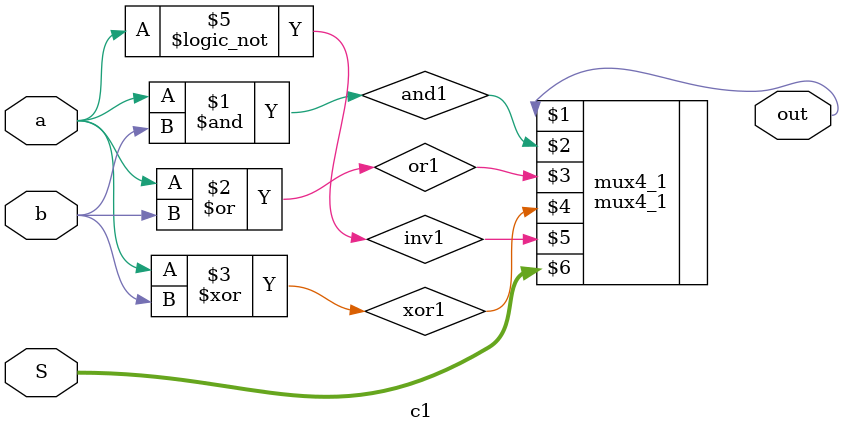
<source format=v>
module c1 (output wire out, input wire a, b, input wire [1:0] S);
    wire and1, or1, xor1, inv1;
    assign and1 = a & b;
    assign or1 = a | b;
    assign xor1 = a ^ b;
    assign inv1 = ~| a;
    mux4_1 mux4_1(out, and1, or1, xor1, inv1, S);
endmodule
</source>
